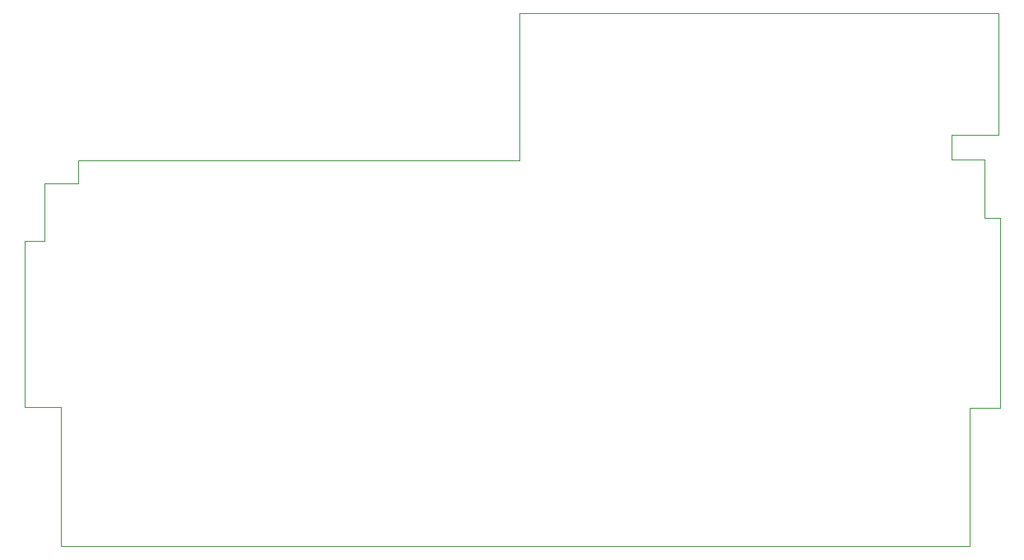
<source format=gbr>
%TF.GenerationSoftware,KiCad,Pcbnew,(5.1.9)-1*%
%TF.CreationDate,2022-04-25T20:02:04-07:00*%
%TF.ProjectId,NES-CN-ROM-256-05,4e45532d-434e-42d5-924f-4d2d3235362d,v01*%
%TF.SameCoordinates,Original*%
%TF.FileFunction,Profile,NP*%
%FSLAX46Y46*%
G04 Gerber Fmt 4.6, Leading zero omitted, Abs format (unit mm)*
G04 Created by KiCad (PCBNEW (5.1.9)-1) date 2022-04-25 20:02:04*
%MOMM*%
%LPD*%
G01*
G04 APERTURE LIST*
%TA.AperFunction,Profile*%
%ADD10C,0.050000*%
%TD*%
G04 APERTURE END LIST*
D10*
X116500000Y-110650000D02*
X116500000Y-110700000D01*
X112800000Y-110650000D02*
X116500000Y-110650000D01*
X112800000Y-93550000D02*
X112800000Y-110650000D01*
X114800000Y-93550000D02*
X112800000Y-93550000D01*
X114800000Y-87650000D02*
X114800000Y-93550000D01*
X118300000Y-87650000D02*
X114800000Y-87650000D01*
X118300000Y-85250000D02*
X118300000Y-87650000D01*
X163700000Y-85250000D02*
X118300000Y-85250000D01*
X163700000Y-70100000D02*
X163700000Y-85250000D01*
X212950000Y-70100000D02*
X163700000Y-70100000D01*
X212950000Y-82600000D02*
X212950000Y-70100000D01*
X208100000Y-82600000D02*
X212950000Y-82600000D01*
X208100000Y-85200000D02*
X208100000Y-82600000D01*
X211500000Y-85200000D02*
X208100000Y-85200000D01*
X211500000Y-91200000D02*
X211500000Y-85200000D01*
X213100000Y-91200000D02*
X211500000Y-91200000D01*
X213100000Y-110700000D02*
X213100000Y-91200000D01*
X210000000Y-110700000D02*
X213100000Y-110700000D01*
X210000000Y-125000000D02*
X210000000Y-110700000D01*
X116500000Y-125000000D02*
X210000000Y-125000000D01*
X116500000Y-110700000D02*
X116500000Y-125000000D01*
M02*

</source>
